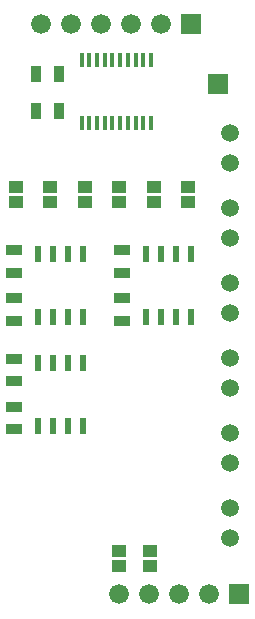
<source format=gts>
%FSLAX46Y46*%
G04 Gerber Fmt 4.6, Leading zero omitted, Abs format (unit mm)*
G04 Created by KiCad (PCBNEW (2014-09-30 BZR 5157)-product) date 07/10/2014 19:43:52*
%MOMM*%
G01*
G04 APERTURE LIST*
%ADD10C,0.100000*%
%ADD11R,1.397000X0.889000*%
%ADD12R,0.889000X1.397000*%
%ADD13R,1.676400X1.676400*%
%ADD14C,1.676400*%
%ADD15R,1.270000X1.016000*%
%ADD16R,0.406400X1.270000*%
%ADD17R,0.599440X1.399540*%
%ADD18C,1.500000*%
G04 APERTURE END LIST*
D10*
D11*
X112014000Y-148018500D03*
X112014000Y-146113500D03*
X121158000Y-148018500D03*
X121158000Y-146113500D03*
X112014000Y-157226000D03*
X112014000Y-155321000D03*
X112014000Y-150177500D03*
X112014000Y-152082500D03*
X121158000Y-150177500D03*
X121158000Y-152082500D03*
X112014000Y-159385000D03*
X112014000Y-161290000D03*
D12*
X115760500Y-131191000D03*
X113855500Y-131191000D03*
X115760500Y-134302500D03*
X113855500Y-134302500D03*
D13*
X127000000Y-127000000D03*
D14*
X124460000Y-127000000D03*
X121920000Y-127000000D03*
X119380000Y-127000000D03*
X116840000Y-127000000D03*
X114300000Y-127000000D03*
D15*
X123507500Y-171577000D03*
X123507500Y-172847000D03*
X120904000Y-171577000D03*
X120904000Y-172847000D03*
X112141000Y-142049500D03*
X112141000Y-140779500D03*
X115062000Y-142049500D03*
X115062000Y-140779500D03*
X117983000Y-142049500D03*
X117983000Y-140779500D03*
X120904000Y-142049500D03*
X120904000Y-140779500D03*
X123825000Y-142049500D03*
X123825000Y-140779500D03*
X126746000Y-142049500D03*
X126746000Y-140779500D03*
D16*
X117729000Y-135382000D03*
X118364000Y-135382000D03*
X119024400Y-135382000D03*
X119684800Y-135382000D03*
X120319800Y-135382000D03*
X120980200Y-135382000D03*
X121640600Y-135382000D03*
X122275600Y-135382000D03*
X122936000Y-135382000D03*
X123571000Y-135382000D03*
X123571000Y-130048000D03*
X122936000Y-130048000D03*
X122275600Y-130048000D03*
X121640600Y-130048000D03*
X120980200Y-130048000D03*
X120319800Y-130048000D03*
X119684800Y-130048000D03*
X119024400Y-130048000D03*
X118364000Y-130048000D03*
X117729000Y-130048000D03*
D17*
X114046000Y-155638500D03*
X114046000Y-160972500D03*
X115316000Y-155638500D03*
X116586000Y-155638500D03*
X117856000Y-155638500D03*
X115316000Y-160972500D03*
X116586000Y-160972500D03*
X117856000Y-160972500D03*
X114046000Y-146431000D03*
X114046000Y-151765000D03*
X115316000Y-146431000D03*
X116586000Y-146431000D03*
X117856000Y-146431000D03*
X115316000Y-151765000D03*
X116586000Y-151765000D03*
X117856000Y-151765000D03*
X123190000Y-146431000D03*
X123190000Y-151765000D03*
X124460000Y-146431000D03*
X125730000Y-146431000D03*
X127000000Y-146431000D03*
X124460000Y-151765000D03*
X125730000Y-151765000D03*
X127000000Y-151765000D03*
D13*
X131064000Y-175260000D03*
D14*
X128524000Y-175260000D03*
X125984000Y-175260000D03*
X123444000Y-175260000D03*
X120904000Y-175260000D03*
D18*
X130302000Y-170497500D03*
X130302000Y-167957500D03*
X130302000Y-164147500D03*
X130302000Y-161607500D03*
X130302000Y-157797500D03*
X130302000Y-155257500D03*
X130302000Y-151447500D03*
X130302000Y-148907500D03*
X130302000Y-145097500D03*
X130302000Y-142557500D03*
X130302000Y-138747500D03*
X130302000Y-136207500D03*
D13*
X129286000Y-132080000D03*
M02*

</source>
